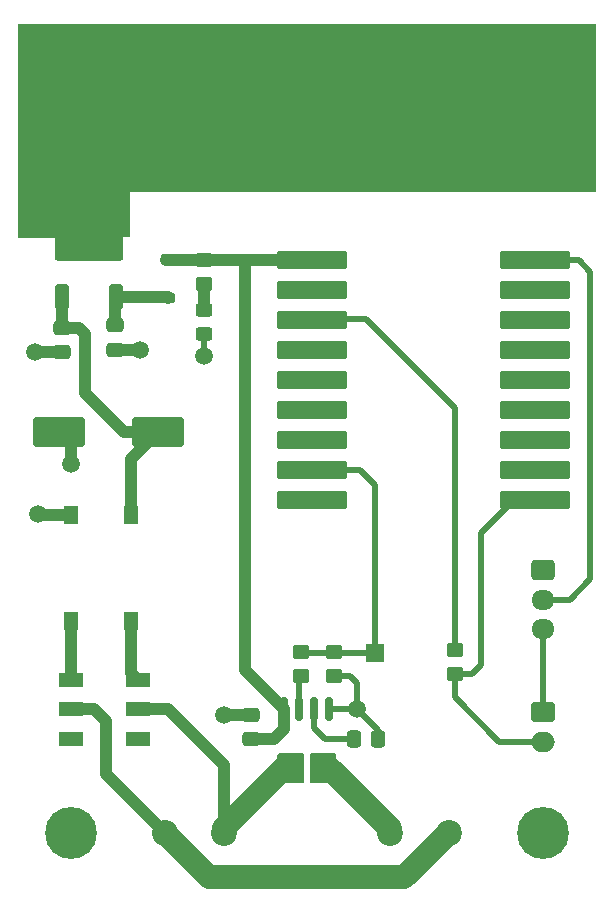
<source format=gbr>
%TF.GenerationSoftware,KiCad,Pcbnew,9.0.2*%
%TF.CreationDate,2025-07-25T15:36:06+01:00*%
%TF.ProjectId,doorbell_pcb_v2,646f6f72-6265-46c6-9c5f-7063625f7632,rev?*%
%TF.SameCoordinates,Original*%
%TF.FileFunction,Copper,L1,Top*%
%TF.FilePolarity,Positive*%
%FSLAX46Y46*%
G04 Gerber Fmt 4.6, Leading zero omitted, Abs format (unit mm)*
G04 Created by KiCad (PCBNEW 9.0.2) date 2025-07-25 15:36:06*
%MOMM*%
%LPD*%
G01*
G04 APERTURE LIST*
G04 Aperture macros list*
%AMRoundRect*
0 Rectangle with rounded corners*
0 $1 Rounding radius*
0 $2 $3 $4 $5 $6 $7 $8 $9 X,Y pos of 4 corners*
0 Add a 4 corners polygon primitive as box body*
4,1,4,$2,$3,$4,$5,$6,$7,$8,$9,$2,$3,0*
0 Add four circle primitives for the rounded corners*
1,1,$1+$1,$2,$3*
1,1,$1+$1,$4,$5*
1,1,$1+$1,$6,$7*
1,1,$1+$1,$8,$9*
0 Add four rect primitives between the rounded corners*
20,1,$1+$1,$2,$3,$4,$5,0*
20,1,$1+$1,$4,$5,$6,$7,0*
20,1,$1+$1,$6,$7,$8,$9,0*
20,1,$1+$1,$8,$9,$2,$3,0*%
G04 Aperture macros list end*
%TA.AperFunction,SMDPad,CuDef*%
%ADD10RoundRect,0.250000X0.475000X-0.337500X0.475000X0.337500X-0.475000X0.337500X-0.475000X-0.337500X0*%
%TD*%
%TA.AperFunction,SMDPad,CuDef*%
%ADD11RoundRect,0.250000X0.450000X-0.350000X0.450000X0.350000X-0.450000X0.350000X-0.450000X-0.350000X0*%
%TD*%
%TA.AperFunction,ComponentPad*%
%ADD12C,4.400000*%
%TD*%
%TA.AperFunction,SMDPad,CuDef*%
%ADD13RoundRect,0.250000X-0.337500X-0.475000X0.337500X-0.475000X0.337500X0.475000X-0.337500X0.475000X0*%
%TD*%
%TA.AperFunction,ComponentPad*%
%ADD14RoundRect,0.250000X-0.750000X0.600000X-0.750000X-0.600000X0.750000X-0.600000X0.750000X0.600000X0*%
%TD*%
%TA.AperFunction,ComponentPad*%
%ADD15O,2.000000X1.700000*%
%TD*%
%TA.AperFunction,SMDPad,CuDef*%
%ADD16RoundRect,0.250000X0.450000X-0.325000X0.450000X0.325000X-0.450000X0.325000X-0.450000X-0.325000X0*%
%TD*%
%TA.AperFunction,SMDPad,CuDef*%
%ADD17RoundRect,0.250000X1.950000X1.000000X-1.950000X1.000000X-1.950000X-1.000000X1.950000X-1.000000X0*%
%TD*%
%TA.AperFunction,SMDPad,CuDef*%
%ADD18R,2.000000X1.200000*%
%TD*%
%TA.AperFunction,SMDPad,CuDef*%
%ADD19R,1.300000X1.500000*%
%TD*%
%TA.AperFunction,SMDPad,CuDef*%
%ADD20RoundRect,0.150000X0.150000X-0.825000X0.150000X0.825000X-0.150000X0.825000X-0.150000X-0.825000X0*%
%TD*%
%TA.AperFunction,ComponentPad*%
%ADD21C,2.200000*%
%TD*%
%TA.AperFunction,SMDPad,CuDef*%
%ADD22RoundRect,0.250000X-0.475000X0.337500X-0.475000X-0.337500X0.475000X-0.337500X0.475000X0.337500X0*%
%TD*%
%TA.AperFunction,SMDPad,CuDef*%
%ADD23RoundRect,0.250000X0.350000X-0.850000X0.350000X0.850000X-0.350000X0.850000X-0.350000X-0.850000X0*%
%TD*%
%TA.AperFunction,SMDPad,CuDef*%
%ADD24RoundRect,0.249997X2.650003X-2.950003X2.650003X2.950003X-2.650003X2.950003X-2.650003X-2.950003X0*%
%TD*%
%TA.AperFunction,ComponentPad*%
%ADD25RoundRect,0.250000X-0.725000X0.600000X-0.725000X-0.600000X0.725000X-0.600000X0.725000X0.600000X0*%
%TD*%
%TA.AperFunction,ComponentPad*%
%ADD26O,1.950000X1.700000*%
%TD*%
%TA.AperFunction,ComponentPad*%
%ADD27RoundRect,0.225000X2.775000X0.525000X-2.775000X0.525000X-2.775000X-0.525000X2.775000X-0.525000X0*%
%TD*%
%TA.AperFunction,ComponentPad*%
%ADD28C,1.000000*%
%TD*%
%TA.AperFunction,ComponentPad*%
%ADD29RoundRect,0.225000X-2.775000X-0.525000X2.775000X-0.525000X2.775000X0.525000X-2.775000X0.525000X0*%
%TD*%
%TA.AperFunction,SMDPad,CuDef*%
%ADD30RoundRect,0.250000X-0.450000X0.350000X-0.450000X-0.350000X0.450000X-0.350000X0.450000X0.350000X0*%
%TD*%
%TA.AperFunction,ComponentPad*%
%ADD31R,1.500000X1.500000*%
%TD*%
%TA.AperFunction,SMDPad,CuDef*%
%ADD32RoundRect,0.225000X-0.375000X0.225000X-0.375000X-0.225000X0.375000X-0.225000X0.375000X0.225000X0*%
%TD*%
%TA.AperFunction,ViaPad*%
%ADD33C,1.500000*%
%TD*%
%TA.AperFunction,Conductor*%
%ADD34C,0.500000*%
%TD*%
%TA.AperFunction,Conductor*%
%ADD35C,1.000000*%
%TD*%
%TA.AperFunction,Conductor*%
%ADD36C,2.000000*%
%TD*%
G04 APERTURE END LIST*
D10*
%TO.P,C2,1*%
%TO.N,+5V Internal*%
X145250000Y-116037500D03*
%TO.P,C2,2*%
%TO.N,GND*%
X145250000Y-113962500D03*
%TD*%
D11*
%TO.P,R4,1*%
%TO.N,Net-(D3-A)*%
X141250000Y-77475000D03*
%TO.P,R4,2*%
%TO.N,+5V Internal*%
X141250000Y-75475000D03*
%TD*%
%TO.P,R3,1*%
%TO.N,/Ext Reset*%
X162500000Y-110500000D03*
%TO.P,R3,2*%
%TO.N,+3.3V*%
X162500000Y-108500000D03*
%TD*%
D12*
%TO.P,H2,1,1*%
%TO.N,GND*%
X170000000Y-60000000D03*
%TD*%
D11*
%TO.P,R1,1*%
%TO.N,/V Sense*%
X149500000Y-110662500D03*
%TO.P,R1,2*%
%TO.N,/ADC Input*%
X149500000Y-108662500D03*
%TD*%
D13*
%TO.P,C1,1*%
%TO.N,Net-(U1-FILTER)*%
X153962500Y-116000000D03*
%TO.P,C1,2*%
%TO.N,GND*%
X156037500Y-116000000D03*
%TD*%
D14*
%TO.P,J3,1,Pin_1*%
%TO.N,GND*%
X170000000Y-113750000D03*
D15*
%TO.P,J3,2,Pin_2*%
%TO.N,/Ext Reset*%
X170000000Y-116250000D03*
%TD*%
D16*
%TO.P,D3,1,K*%
%TO.N,GND*%
X141250000Y-81750000D03*
%TO.P,D3,2,A*%
%TO.N,Net-(D3-A)*%
X141250000Y-79700000D03*
%TD*%
D17*
%TO.P,C3,1*%
%TO.N,Net-(D1-+)*%
X137400000Y-90000000D03*
%TO.P,C3,2*%
%TO.N,GND*%
X129000000Y-90000000D03*
%TD*%
D18*
%TO.P,SW1,1,1*%
%TO.N,unconnected-(SW1-Pad1)*%
X130000000Y-116000000D03*
%TO.P,SW1,2,2*%
%TO.N,/VAC In B*%
X130000000Y-113500000D03*
%TO.P,SW1,3,3*%
%TO.N,Net-(D1-Pad3)*%
X130000000Y-111000000D03*
%TO.P,SW1,4,4*%
%TO.N,unconnected-(SW1-Pad4)*%
X135700000Y-116000000D03*
%TO.P,SW1,5,5*%
%TO.N,/VAC In A*%
X135700000Y-113500000D03*
%TO.P,SW1,6,6*%
%TO.N,Net-(D1-Pad4)*%
X135700000Y-111000000D03*
%TD*%
D12*
%TO.P,H1,1,1*%
%TO.N,GND*%
X130000000Y-60000000D03*
%TD*%
%TO.P,H4,1,1*%
%TO.N,GND*%
X130000000Y-124000000D03*
%TD*%
D19*
%TO.P,D1,1,+*%
%TO.N,Net-(D1-+)*%
X135100000Y-97100000D03*
%TO.P,D1,2,-*%
%TO.N,GND*%
X130000000Y-97100000D03*
%TO.P,D1,3*%
%TO.N,Net-(D1-Pad3)*%
X130000000Y-106000000D03*
%TO.P,D1,4*%
%TO.N,Net-(D1-Pad4)*%
X135100000Y-106000000D03*
%TD*%
D20*
%TO.P,U1,1,IP+*%
%TO.N,/VAC In A*%
X148095000Y-118475000D03*
%TO.P,U1,2,IP+*%
X149365000Y-118475000D03*
%TO.P,U1,3,IP-*%
%TO.N,/VAC Out A*%
X150635000Y-118475000D03*
%TO.P,U1,4,IP-*%
X151905000Y-118475000D03*
%TO.P,U1,5,GND*%
%TO.N,GND*%
X151905000Y-113525000D03*
%TO.P,U1,6,FILTER*%
%TO.N,Net-(U1-FILTER)*%
X150635000Y-113525000D03*
%TO.P,U1,7,VIOUT*%
%TO.N,/V Sense*%
X149365000Y-113525000D03*
%TO.P,U1,8,VCC*%
%TO.N,+5V Internal*%
X148095000Y-113525000D03*
%TD*%
D21*
%TO.P,J1,1,Pin_1*%
%TO.N,/VAC In B*%
X138000000Y-124000000D03*
%TO.P,J1,2,Pin_2*%
%TO.N,/VAC In A*%
X143000000Y-124000000D03*
%TD*%
D12*
%TO.P,H3,1,1*%
%TO.N,GND*%
X170000000Y-124000000D03*
%TD*%
D21*
%TO.P,J2,1,Pin_1*%
%TO.N,/VAC Out A*%
X157000000Y-124000000D03*
%TO.P,J2,2,Pin_2*%
%TO.N,/VAC In B*%
X162000000Y-124000000D03*
%TD*%
D22*
%TO.P,C5,1*%
%TO.N,Net-(D1-+)*%
X129250000Y-81212500D03*
%TO.P,C5,2*%
%TO.N,GND*%
X129250000Y-83287500D03*
%TD*%
%TO.P,C7,1*%
%TO.N,+5V*%
X133750000Y-81000000D03*
%TO.P,C7,2*%
%TO.N,GND*%
X133750000Y-83075000D03*
%TD*%
D23*
%TO.P,U2,1,VI*%
%TO.N,Net-(D1-+)*%
X129245000Y-78625000D03*
D24*
%TO.P,U2,2,GND*%
%TO.N,GND*%
X131525000Y-72325000D03*
D23*
%TO.P,U2,3,VO*%
%TO.N,+5V*%
X133805000Y-78625000D03*
%TD*%
D25*
%TO.P,J4,1,Pin_1*%
%TO.N,+5V Internal*%
X170000000Y-101750000D03*
D26*
%TO.P,J4,2,Pin_2*%
%TO.N,/WS2812*%
X170000000Y-104250000D03*
%TO.P,J4,3,Pin_3*%
%TO.N,GND*%
X170000000Y-106750000D03*
%TD*%
D27*
%TO.P,U3,1,5V*%
%TO.N,+5V Internal*%
X150440000Y-75500000D03*
D28*
X152250000Y-75500000D03*
D27*
%TO.P,U3,2,GND*%
%TO.N,GND*%
X150440000Y-78040000D03*
D28*
X152250000Y-78040000D03*
D27*
%TO.P,U3,3,3V3*%
%TO.N,+3.3V*%
X150440000Y-80580000D03*
D28*
X152250000Y-80580000D03*
D27*
%TO.P,U3,4,GPIO_0*%
%TO.N,unconnected-(U3-GPIO_0-Pad4)*%
X150440000Y-83120000D03*
D28*
%TO.N,unconnected-(U3-GPIO_0-Pad4)_1*%
X152250000Y-83120000D03*
D27*
%TO.P,U3,5,GPIO_1*%
%TO.N,unconnected-(U3-GPIO_1-Pad5)*%
X150440000Y-85660000D03*
D28*
%TO.N,unconnected-(U3-GPIO_1-Pad5)_1*%
X152250000Y-85660000D03*
D27*
%TO.P,U3,6,GPIO_2*%
%TO.N,unconnected-(U3-GPIO_2-Pad6)_1*%
X150440000Y-88200000D03*
D28*
%TO.N,unconnected-(U3-GPIO_2-Pad6)*%
X152250000Y-88200000D03*
D27*
%TO.P,U3,7,GPIO_3*%
%TO.N,unconnected-(U3-GPIO_3-Pad7)_1*%
X150440000Y-90740000D03*
D28*
%TO.N,unconnected-(U3-GPIO_3-Pad7)*%
X152250000Y-90740000D03*
D27*
%TO.P,U3,8,GPIO_4*%
%TO.N,/ADC Input*%
X150440000Y-93280000D03*
D28*
X152250000Y-93280000D03*
D27*
%TO.P,U3,9,GPIO_5*%
%TO.N,unconnected-(U3-GPIO_5-Pad9)*%
X150440000Y-95820000D03*
D28*
%TO.N,unconnected-(U3-GPIO_5-Pad9)_1*%
X152250000Y-95820000D03*
%TO.P,U3,10,GPIO_6*%
%TO.N,/Ext Reset*%
X167490000Y-95820000D03*
D29*
X169300000Y-95820000D03*
D28*
%TO.P,U3,11,GPIO_7*%
%TO.N,unconnected-(U3-GPIO_7-Pad11)*%
X167490000Y-93280000D03*
D29*
%TO.N,unconnected-(U3-GPIO_7-Pad11)_1*%
X169300000Y-93280000D03*
D28*
%TO.P,U3,12,GPIO_8*%
%TO.N,unconnected-(U3-GPIO_8-Pad12)*%
X167490000Y-90740000D03*
D29*
%TO.N,unconnected-(U3-GPIO_8-Pad12)_1*%
X169300000Y-90740000D03*
D28*
%TO.P,U3,13,GPIO_9*%
%TO.N,unconnected-(U3-GPIO_9-Pad13)*%
X167490000Y-88200000D03*
D29*
%TO.N,unconnected-(U3-GPIO_9-Pad13)_1*%
X169300000Y-88200000D03*
D28*
%TO.P,U3,14,GPIO_10*%
%TO.N,unconnected-(U3-GPIO_10-Pad14)*%
X167490000Y-85660000D03*
D29*
%TO.N,unconnected-(U3-GPIO_10-Pad14)_1*%
X169300000Y-85660000D03*
D28*
%TO.P,U3,15,GPIO_18*%
%TO.N,unconnected-(U3-GPIO_18-Pad15)*%
X167490000Y-83120000D03*
D29*
%TO.N,unconnected-(U3-GPIO_18-Pad15)_1*%
X169300000Y-83120000D03*
D28*
%TO.P,U3,16,GPIO_19*%
%TO.N,unconnected-(U3-GPIO_19-Pad16)_1*%
X167490000Y-80580000D03*
D29*
%TO.N,unconnected-(U3-GPIO_19-Pad16)*%
X169300000Y-80580000D03*
D28*
%TO.P,U3,17,GPIO_20*%
%TO.N,unconnected-(U3-GPIO_20-Pad17)*%
X167490000Y-78040000D03*
D29*
%TO.N,unconnected-(U3-GPIO_20-Pad17)_1*%
X169300000Y-78040000D03*
D28*
%TO.P,U3,18,GPIO_21*%
%TO.N,/WS2812*%
X167490000Y-75500000D03*
D29*
X169300000Y-75500000D03*
%TD*%
D30*
%TO.P,R2,1*%
%TO.N,/ADC Input*%
X152250000Y-108662500D03*
%TO.P,R2,2*%
%TO.N,GND*%
X152250000Y-110662500D03*
%TD*%
D31*
%TO.P,TP1,1,1*%
%TO.N,/ADC Input*%
X155750000Y-108750000D03*
%TD*%
D32*
%TO.P,D2,1,K*%
%TO.N,+5V Internal*%
X138250000Y-75350000D03*
%TO.P,D2,2,A*%
%TO.N,+5V*%
X138250000Y-78650000D03*
%TD*%
D33*
%TO.N,GND*%
X132750000Y-73500000D03*
X143000000Y-114000000D03*
X135825000Y-83075000D03*
X141250000Y-83580552D03*
X130000000Y-92750000D03*
X127000000Y-83250000D03*
X130000000Y-70750000D03*
X130000000Y-73500000D03*
X132750000Y-70750000D03*
X154250000Y-113500000D03*
X127250000Y-97000000D03*
%TD*%
D34*
%TO.N,GND*%
X154250000Y-113500000D02*
X151930000Y-113500000D01*
D35*
X127000000Y-83250000D02*
X129212500Y-83250000D01*
X130000000Y-97100000D02*
X127350000Y-97100000D01*
D34*
X153662500Y-110662500D02*
X154250000Y-111250000D01*
D35*
X133750000Y-83075000D02*
X135825000Y-83075000D01*
D34*
X152250000Y-110662500D02*
X153662500Y-110662500D01*
D35*
X145212500Y-114000000D02*
X145250000Y-113962500D01*
X131599993Y-72250007D02*
X131525000Y-72325000D01*
D34*
X156037500Y-116000000D02*
X156037500Y-115287500D01*
X141250000Y-83580552D02*
X141250000Y-81750000D01*
X154250000Y-111250000D02*
X154250000Y-113500000D01*
D35*
X129212500Y-83250000D02*
X129250000Y-83287500D01*
X133699985Y-70150015D02*
X131525000Y-72325000D01*
D34*
X151930000Y-113500000D02*
X151905000Y-113525000D01*
X129900000Y-97000000D02*
X130000000Y-97100000D01*
X170000000Y-106750000D02*
X170000000Y-113750000D01*
D35*
X127350000Y-97100000D02*
X127250000Y-97000000D01*
X130000000Y-91000000D02*
X129000000Y-90000000D01*
D34*
X156037500Y-115287500D02*
X154250000Y-113500000D01*
D35*
X129500000Y-70300000D02*
X131525000Y-72325000D01*
X135825000Y-83075000D02*
X136000000Y-83250000D01*
X130000000Y-92750000D02*
X130000000Y-91000000D01*
X143000000Y-114000000D02*
X145212500Y-114000000D01*
D34*
%TO.N,Net-(U1-FILTER)*%
X150635000Y-113525000D02*
X150635000Y-115135000D01*
X150635000Y-115135000D02*
X151500000Y-116000000D01*
X151500000Y-116000000D02*
X153962500Y-116000000D01*
D35*
%TO.N,+5V Internal*%
X144750000Y-110180000D02*
X144750000Y-75475000D01*
X141125000Y-75350000D02*
X141250000Y-75475000D01*
X148095000Y-115155000D02*
X147212500Y-116037500D01*
X147212500Y-116037500D02*
X145250000Y-116037500D01*
X138062500Y-75500000D02*
X140937500Y-75500000D01*
X144750000Y-75475000D02*
X148415000Y-75475000D01*
X148095000Y-113525000D02*
X144750000Y-110180000D01*
X141250000Y-75475000D02*
X144750000Y-75475000D01*
X148095000Y-113525000D02*
X148095000Y-115155000D01*
X148415000Y-75475000D02*
X148440000Y-75500000D01*
%TO.N,Net-(D1-+)*%
X129245000Y-78625000D02*
X129245000Y-81207500D01*
X135100000Y-92300000D02*
X137400000Y-90000000D01*
X131250000Y-86750000D02*
X134500000Y-90000000D01*
X129245000Y-81207500D02*
X129250000Y-81212500D01*
X134500000Y-90000000D02*
X137400000Y-90000000D01*
X129250000Y-81212500D02*
X130712500Y-81212500D01*
X131250000Y-81750000D02*
X131250000Y-86750000D01*
X135100000Y-97100000D02*
X135100000Y-92300000D01*
X130712500Y-81212500D02*
X131250000Y-81750000D01*
%TO.N,+5V*%
X138225000Y-78625000D02*
X138250000Y-78650000D01*
X133750000Y-81000000D02*
X133750000Y-78680000D01*
X133805000Y-78625000D02*
X138225000Y-78625000D01*
X133750000Y-78680000D02*
X133805000Y-78625000D01*
%TO.N,Net-(D1-Pad3)*%
X130000000Y-106000000D02*
X130000000Y-111000000D01*
%TO.N,Net-(D1-Pad4)*%
X135100000Y-110400000D02*
X135700000Y-111000000D01*
X135100000Y-106000000D02*
X135100000Y-110400000D01*
%TO.N,Net-(D3-A)*%
X141250000Y-77475000D02*
X141250000Y-79700000D01*
D36*
%TO.N,/VAC In A*%
X143000000Y-123570000D02*
X148095000Y-118475000D01*
D35*
X143000000Y-118250000D02*
X143000000Y-124000000D01*
X138250000Y-113500000D02*
X143000000Y-118250000D01*
D36*
X143000000Y-124000000D02*
X143000000Y-123570000D01*
D35*
X135700000Y-113500000D02*
X138250000Y-113500000D01*
%TO.N,/VAC In B*%
X133000000Y-119000000D02*
X133000000Y-114500000D01*
D36*
X158250000Y-127750000D02*
X162000000Y-124000000D01*
X138000000Y-124000000D02*
X141750000Y-127750000D01*
D35*
X133000000Y-114500000D02*
X132000000Y-113500000D01*
X132000000Y-113500000D02*
X130000000Y-113500000D01*
X138000000Y-124000000D02*
X133000000Y-119000000D01*
D36*
X141750000Y-127750000D02*
X158250000Y-127750000D01*
%TO.N,/VAC Out A*%
X157000000Y-124000000D02*
X157000000Y-123570000D01*
X157000000Y-123570000D02*
X151905000Y-118475000D01*
D34*
%TO.N,/Ext Reset*%
X164750000Y-98560000D02*
X164750000Y-109750000D01*
X166250000Y-116250000D02*
X170000000Y-116250000D01*
X164000000Y-110500000D02*
X162500000Y-110500000D01*
X167490000Y-95820000D02*
X164750000Y-98560000D01*
X162500000Y-112500000D02*
X166250000Y-116250000D01*
X164750000Y-109750000D02*
X164000000Y-110500000D01*
X162500000Y-110500000D02*
X162500000Y-112500000D01*
%TO.N,/WS2812*%
X174000000Y-76500000D02*
X173000000Y-75500000D01*
X174000000Y-76500000D02*
X174000000Y-102500000D01*
X174000000Y-102500000D02*
X172250000Y-104250000D01*
X173000000Y-75500000D02*
X171300000Y-75500000D01*
X172250000Y-104250000D02*
X170000000Y-104250000D01*
%TO.N,/V Sense*%
X149365000Y-113525000D02*
X149365000Y-110710000D01*
X149365000Y-110710000D02*
X149500000Y-110575000D01*
%TO.N,/ADC Input*%
X148470000Y-93250000D02*
X148440000Y-93280000D01*
X155750000Y-108750000D02*
X155750000Y-94500000D01*
X155750000Y-108750000D02*
X152337500Y-108750000D01*
X154500000Y-93250000D02*
X148470000Y-93250000D01*
X155750000Y-94500000D02*
X154500000Y-93250000D01*
X152337500Y-108750000D02*
X152250000Y-108662500D01*
X149500000Y-108750000D02*
X152250000Y-108750000D01*
%TO.N,+3.3V*%
X162500000Y-88000000D02*
X162500000Y-108500000D01*
X148440000Y-80580000D02*
X148520000Y-80500000D01*
X155000000Y-80500000D02*
X162500000Y-88000000D01*
X148520000Y-80500000D02*
X155000000Y-80500000D01*
%TD*%
%TA.AperFunction,Conductor*%
%TO.N,/VAC Out A*%
G36*
X152443039Y-117269685D02*
G01*
X152488794Y-117322489D01*
X152500000Y-117374000D01*
X152500000Y-119626000D01*
X152480315Y-119693039D01*
X152427511Y-119738794D01*
X152376000Y-119750000D01*
X150374000Y-119750000D01*
X150306961Y-119730315D01*
X150261206Y-119677511D01*
X150250000Y-119626000D01*
X150250000Y-117374000D01*
X150269685Y-117306961D01*
X150322489Y-117261206D01*
X150374000Y-117250000D01*
X152376000Y-117250000D01*
X152443039Y-117269685D01*
G37*
%TD.AperFunction*%
%TD*%
%TA.AperFunction,Conductor*%
%TO.N,GND*%
G36*
X174442539Y-55520185D02*
G01*
X174488294Y-55572989D01*
X174499500Y-55624500D01*
X174499500Y-69626000D01*
X174479815Y-69693039D01*
X174427011Y-69738794D01*
X174375500Y-69750000D01*
X135000000Y-69750000D01*
X135000000Y-73377104D01*
X134980315Y-73444143D01*
X134927511Y-73489898D01*
X134877109Y-73501099D01*
X125625609Y-73583875D01*
X125558397Y-73564791D01*
X125512171Y-73512399D01*
X125500500Y-73459880D01*
X125500500Y-55624500D01*
X125520185Y-55557461D01*
X125572989Y-55511706D01*
X125624500Y-55500500D01*
X174375500Y-55500500D01*
X174442539Y-55520185D01*
G37*
%TD.AperFunction*%
%TD*%
%TA.AperFunction,Conductor*%
%TO.N,/VAC In A*%
G36*
X149693039Y-117269685D02*
G01*
X149738794Y-117322489D01*
X149750000Y-117374000D01*
X149750000Y-119626000D01*
X149730315Y-119693039D01*
X149677511Y-119738794D01*
X149626000Y-119750000D01*
X147624000Y-119750000D01*
X147556961Y-119730315D01*
X147511206Y-119677511D01*
X147500000Y-119626000D01*
X147500000Y-117374000D01*
X147519685Y-117306961D01*
X147572489Y-117261206D01*
X147624000Y-117250000D01*
X149626000Y-117250000D01*
X149693039Y-117269685D01*
G37*
%TD.AperFunction*%
%TD*%
M02*

</source>
